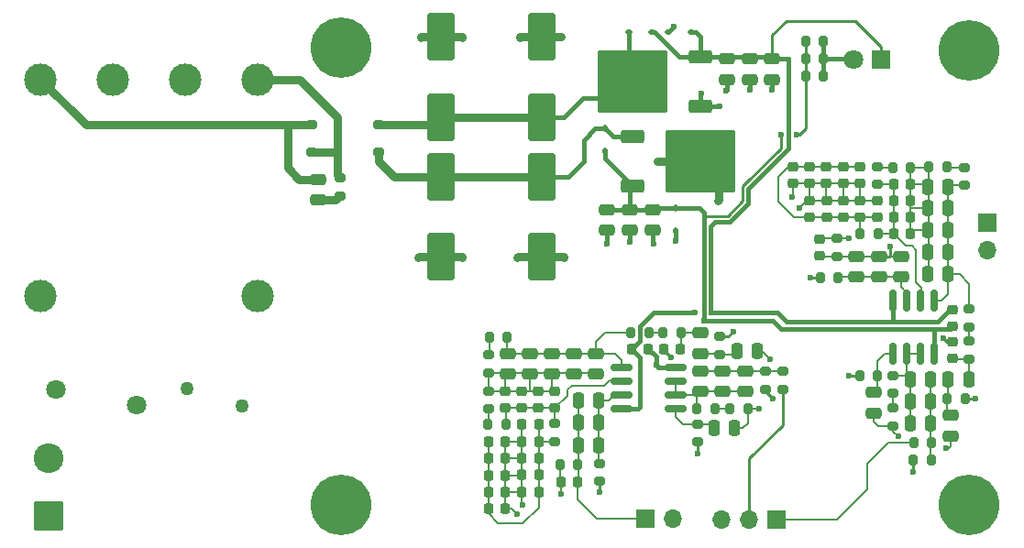
<source format=gbr>
%TF.GenerationSoftware,KiCad,Pcbnew,9.0.0*%
%TF.CreationDate,2025-04-21T22:06:35+02:00*%
%TF.ProjectId,RIAA_preamp,52494141-5f70-4726-9561-6d702e6b6963,rev?*%
%TF.SameCoordinates,Original*%
%TF.FileFunction,Copper,L1,Top*%
%TF.FilePolarity,Positive*%
%FSLAX46Y46*%
G04 Gerber Fmt 4.6, Leading zero omitted, Abs format (unit mm)*
G04 Created by KiCad (PCBNEW 9.0.0) date 2025-04-21 22:06:35*
%MOMM*%
%LPD*%
G01*
G04 APERTURE LIST*
G04 Aperture macros list*
%AMRoundRect*
0 Rectangle with rounded corners*
0 $1 Rounding radius*
0 $2 $3 $4 $5 $6 $7 $8 $9 X,Y pos of 4 corners*
0 Add a 4 corners polygon primitive as box body*
4,1,4,$2,$3,$4,$5,$6,$7,$8,$9,$2,$3,0*
0 Add four circle primitives for the rounded corners*
1,1,$1+$1,$2,$3*
1,1,$1+$1,$4,$5*
1,1,$1+$1,$6,$7*
1,1,$1+$1,$8,$9*
0 Add four rect primitives between the rounded corners*
20,1,$1+$1,$2,$3,$4,$5,0*
20,1,$1+$1,$4,$5,$6,$7,0*
20,1,$1+$1,$6,$7,$8,$9,0*
20,1,$1+$1,$8,$9,$2,$3,0*%
G04 Aperture macros list end*
%TA.AperFunction,ComponentPad*%
%ADD10C,1.270000*%
%TD*%
%TA.AperFunction,ComponentPad*%
%ADD11RoundRect,0.250000X1.125000X-1.125000X1.125000X1.125000X-1.125000X1.125000X-1.125000X-1.125000X0*%
%TD*%
%TA.AperFunction,ComponentPad*%
%ADD12C,2.750000*%
%TD*%
%TA.AperFunction,ComponentPad*%
%ADD13O,1.700000X1.700000*%
%TD*%
%TA.AperFunction,ComponentPad*%
%ADD14R,1.700000X1.700000*%
%TD*%
%TA.AperFunction,SMDPad,CuDef*%
%ADD15RoundRect,0.200000X0.275000X-0.200000X0.275000X0.200000X-0.275000X0.200000X-0.275000X-0.200000X0*%
%TD*%
%TA.AperFunction,SMDPad,CuDef*%
%ADD16RoundRect,0.250000X0.250000X0.475000X-0.250000X0.475000X-0.250000X-0.475000X0.250000X-0.475000X0*%
%TD*%
%TA.AperFunction,SMDPad,CuDef*%
%ADD17RoundRect,0.200000X-0.275000X0.200000X-0.275000X-0.200000X0.275000X-0.200000X0.275000X0.200000X0*%
%TD*%
%TA.AperFunction,ComponentPad*%
%ADD18C,5.600000*%
%TD*%
%TA.AperFunction,SMDPad,CuDef*%
%ADD19RoundRect,0.150000X-0.150000X0.825000X-0.150000X-0.825000X0.150000X-0.825000X0.150000X0.825000X0*%
%TD*%
%TA.AperFunction,SMDPad,CuDef*%
%ADD20RoundRect,0.225000X0.250000X-0.225000X0.250000X0.225000X-0.250000X0.225000X-0.250000X-0.225000X0*%
%TD*%
%TA.AperFunction,SMDPad,CuDef*%
%ADD21RoundRect,0.250000X-0.250000X-0.475000X0.250000X-0.475000X0.250000X0.475000X-0.250000X0.475000X0*%
%TD*%
%TA.AperFunction,SMDPad,CuDef*%
%ADD22RoundRect,0.200000X-0.200000X-0.275000X0.200000X-0.275000X0.200000X0.275000X-0.200000X0.275000X0*%
%TD*%
%TA.AperFunction,SMDPad,CuDef*%
%ADD23RoundRect,0.225000X-0.225000X-0.250000X0.225000X-0.250000X0.225000X0.250000X-0.225000X0.250000X0*%
%TD*%
%TA.AperFunction,SMDPad,CuDef*%
%ADD24RoundRect,0.112500X-0.112500X0.187500X-0.112500X-0.187500X0.112500X-0.187500X0.112500X0.187500X0*%
%TD*%
%TA.AperFunction,SMDPad,CuDef*%
%ADD25RoundRect,0.225000X-0.250000X0.225000X-0.250000X-0.225000X0.250000X-0.225000X0.250000X0.225000X0*%
%TD*%
%TA.AperFunction,SMDPad,CuDef*%
%ADD26RoundRect,0.250000X0.475000X-0.250000X0.475000X0.250000X-0.475000X0.250000X-0.475000X-0.250000X0*%
%TD*%
%TA.AperFunction,SMDPad,CuDef*%
%ADD27RoundRect,0.225000X0.225000X0.250000X-0.225000X0.250000X-0.225000X-0.250000X0.225000X-0.250000X0*%
%TD*%
%TA.AperFunction,SMDPad,CuDef*%
%ADD28RoundRect,0.250000X-0.475000X0.250000X-0.475000X-0.250000X0.475000X-0.250000X0.475000X0.250000X0*%
%TD*%
%TA.AperFunction,SMDPad,CuDef*%
%ADD29RoundRect,0.250000X-1.000000X1.950000X-1.000000X-1.950000X1.000000X-1.950000X1.000000X1.950000X0*%
%TD*%
%TA.AperFunction,SMDPad,CuDef*%
%ADD30RoundRect,0.200000X0.200000X0.275000X-0.200000X0.275000X-0.200000X-0.275000X0.200000X-0.275000X0*%
%TD*%
%TA.AperFunction,ComponentPad*%
%ADD31C,1.800000*%
%TD*%
%TA.AperFunction,ComponentPad*%
%ADD32R,1.800000X1.800000*%
%TD*%
%TA.AperFunction,SMDPad,CuDef*%
%ADD33RoundRect,0.112500X-0.187500X-0.112500X0.187500X-0.112500X0.187500X0.112500X-0.187500X0.112500X0*%
%TD*%
%TA.AperFunction,SMDPad,CuDef*%
%ADD34RoundRect,0.150000X-0.825000X-0.150000X0.825000X-0.150000X0.825000X0.150000X-0.825000X0.150000X0*%
%TD*%
%TA.AperFunction,SMDPad,CuDef*%
%ADD35RoundRect,0.250000X0.850000X0.350000X-0.850000X0.350000X-0.850000X-0.350000X0.850000X-0.350000X0*%
%TD*%
%TA.AperFunction,SMDPad,CuDef*%
%ADD36RoundRect,0.250000X1.275000X1.125000X-1.275000X1.125000X-1.275000X-1.125000X1.275000X-1.125000X0*%
%TD*%
%TA.AperFunction,SMDPad,CuDef*%
%ADD37RoundRect,0.249997X2.950003X2.650003X-2.950003X2.650003X-2.950003X-2.650003X2.950003X-2.650003X0*%
%TD*%
%TA.AperFunction,SMDPad,CuDef*%
%ADD38RoundRect,0.200000X-0.300000X-0.200000X0.300000X-0.200000X0.300000X0.200000X-0.300000X0.200000X0*%
%TD*%
%TA.AperFunction,ComponentPad*%
%ADD39C,3.000000*%
%TD*%
%TA.AperFunction,SMDPad,CuDef*%
%ADD40RoundRect,0.112500X0.187500X0.112500X-0.187500X0.112500X-0.187500X-0.112500X0.187500X-0.112500X0*%
%TD*%
%TA.AperFunction,SMDPad,CuDef*%
%ADD41RoundRect,0.250000X-0.850000X-0.350000X0.850000X-0.350000X0.850000X0.350000X-0.850000X0.350000X0*%
%TD*%
%TA.AperFunction,SMDPad,CuDef*%
%ADD42RoundRect,0.250000X-1.275000X-1.125000X1.275000X-1.125000X1.275000X1.125000X-1.275000X1.125000X0*%
%TD*%
%TA.AperFunction,SMDPad,CuDef*%
%ADD43RoundRect,0.249997X-2.950003X-2.650003X2.950003X-2.650003X2.950003X2.650003X-2.950003X2.650003X0*%
%TD*%
%TA.AperFunction,ViaPad*%
%ADD44C,0.600000*%
%TD*%
%TA.AperFunction,Conductor*%
%ADD45C,0.250000*%
%TD*%
%TA.AperFunction,Conductor*%
%ADD46C,0.400000*%
%TD*%
%TA.AperFunction,Conductor*%
%ADD47C,0.200000*%
%TD*%
%TA.AperFunction,Conductor*%
%ADD48C,0.800000*%
%TD*%
G04 APERTURE END LIST*
D10*
%TO.P,F1,1*%
%TO.N,LINE*%
X97370000Y-72594000D03*
%TO.P,F1,2*%
%TO.N,Net-(F1-Pad2)*%
X92270000Y-70994000D03*
%TD*%
D11*
%TO.P,J4,1,Pin_1*%
%TO.N,LINE*%
X79509000Y-82782000D03*
D12*
%TO.P,J4,2,Pin_2*%
%TO.N,NEUT*%
X79509000Y-77382000D03*
%TD*%
D13*
%TO.P,J3,3,Pin_3*%
%TO.N,GND*%
X141645000Y-83100000D03*
%TO.P,J3,2,Pin_2*%
%TO.N,/OUTR*%
X144185000Y-83100000D03*
D14*
%TO.P,J3,1,Pin_1*%
%TO.N,/OUTL*%
X146725000Y-83100000D03*
%TD*%
D15*
%TO.P,R28,2*%
%TO.N,Net-(C32-Pad1)*%
X145670500Y-69382000D03*
%TO.P,R28,1*%
%TO.N,GND*%
X145670500Y-71032000D03*
%TD*%
D16*
%TO.P,C58,2*%
%TO.N,Net-(U1B--)*%
X159050000Y-70085000D03*
%TO.P,C58,1*%
%TO.N,Net-(C41-Pad1)*%
X160950000Y-70085000D03*
%TD*%
D17*
%TO.P,R9,2*%
%TO.N,Net-(C21-Pad2)*%
X164100000Y-52210000D03*
%TO.P,R9,1*%
%TO.N,Net-(R7-Pad2)*%
X164100000Y-50560000D03*
%TD*%
D18*
%TO.P,H2,1,1*%
%TO.N,GND*%
X106500000Y-81700000D03*
%TD*%
D19*
%TO.P,U1,8,V+*%
%TO.N,+15V*%
X161305000Y-67760000D03*
%TO.P,U1,7*%
%TO.N,Net-(U1B--)*%
X160035000Y-67760000D03*
%TO.P,U1,6,-*%
X158765000Y-67760000D03*
%TO.P,U1,5,+*%
%TO.N,Net-(U1B-+)*%
X157495000Y-67760000D03*
%TO.P,U1,4,V-*%
%TO.N,-15V*%
X157495000Y-62810000D03*
%TO.P,U1,3,+*%
%TO.N,Net-(U1A-+)*%
X158765000Y-62810000D03*
%TO.P,U1,2,-*%
%TO.N,Net-(U1A--)*%
X160035000Y-62810000D03*
%TO.P,U1,1*%
%TO.N,Net-(C21-Pad2)*%
X161305000Y-62810000D03*
%TD*%
D20*
%TO.P,C74,1*%
%TO.N,Net-(C74-Pad1)*%
X152900000Y-55135000D03*
%TO.P,C74,2*%
%TO.N,GND*%
X152900000Y-53585000D03*
%TD*%
D21*
%TO.P,C33,1*%
%TO.N,Net-(C33-Pad1)*%
X162550000Y-70085000D03*
%TO.P,C33,2*%
%TO.N,Net-(C31-Pad2)*%
X164450000Y-70085000D03*
%TD*%
D22*
%TO.P,R14,1*%
%TO.N,Net-(C17-Pad2)*%
X133250000Y-65800000D03*
%TO.P,R14,2*%
%TO.N,Net-(R14-Pad2)*%
X134900000Y-65800000D03*
%TD*%
D21*
%TO.P,C23,1*%
%TO.N,Net-(C11-Pad2)*%
X160650000Y-54335000D03*
%TO.P,C23,2*%
%TO.N,Net-(C21-Pad2)*%
X162550000Y-54335000D03*
%TD*%
D16*
%TO.P,C28,1*%
%TO.N,Net-(C28-Pad1)*%
X144950000Y-67500000D03*
%TO.P,C28,2*%
%TO.N,Net-(C24-Pad1)*%
X143050000Y-67500000D03*
%TD*%
D23*
%TO.P,C79,1*%
%TO.N,Net-(C73-Pad1)*%
X120100000Y-77418334D03*
%TO.P,C79,2*%
%TO.N,GND*%
X121650000Y-77418334D03*
%TD*%
D21*
%TO.P,C21,1*%
%TO.N,Net-(C11-Pad2)*%
X160650000Y-52315000D03*
%TO.P,C21,2*%
%TO.N,Net-(C21-Pad2)*%
X162550000Y-52315000D03*
%TD*%
D23*
%TO.P,C11,1*%
%TO.N,Net-(U1A--)*%
X157525000Y-55110000D03*
%TO.P,C11,2*%
%TO.N,Net-(C11-Pad2)*%
X159075000Y-55110000D03*
%TD*%
%TO.P,C87,1*%
%TO.N,Net-(C73-Pad1)*%
X120100000Y-80531667D03*
%TO.P,C87,2*%
%TO.N,GND*%
X121650000Y-80531667D03*
%TD*%
D17*
%TO.P,R19,1*%
%TO.N,Net-(R17-Pad2)*%
X164500000Y-66610000D03*
%TO.P,R19,2*%
%TO.N,Net-(C31-Pad2)*%
X164500000Y-68260000D03*
%TD*%
D24*
%TO.P,D2,1,K*%
%TO.N,Net-(D1-+)*%
X130900000Y-46950000D03*
%TO.P,D2,2,A*%
%TO.N,+15V*%
X130900000Y-49050000D03*
%TD*%
D25*
%TO.P,C93,1*%
%TO.N,Net-(C74-Pad1)*%
X148211666Y-50485000D03*
%TO.P,C93,2*%
%TO.N,GND*%
X148211666Y-52035000D03*
%TD*%
D15*
%TO.P,R6,1*%
%TO.N,Net-(C10-Pad2)*%
X120140000Y-69525000D03*
%TO.P,R6,2*%
%TO.N,Net-(R6-Pad2)*%
X120140000Y-67875000D03*
%TD*%
D26*
%TO.P,C44,1*%
%TO.N,GND*%
X146314700Y-42400000D03*
%TO.P,C44,2*%
%TO.N,-15V*%
X146314700Y-40500000D03*
%TD*%
%TO.P,C42,1*%
%TO.N,GND*%
X142125000Y-42400000D03*
%TO.P,C42,2*%
%TO.N,-15V*%
X142125000Y-40500000D03*
%TD*%
D27*
%TO.P,C73,1*%
%TO.N,Net-(C73-Pad1)*%
X124750000Y-77400000D03*
%TO.P,C73,2*%
%TO.N,GND*%
X123200000Y-77400000D03*
%TD*%
D21*
%TO.P,C38,1*%
%TO.N,Net-(C11-Pad2)*%
X160650000Y-60395000D03*
%TO.P,C38,2*%
%TO.N,Net-(C21-Pad2)*%
X162550000Y-60395000D03*
%TD*%
D28*
%TO.P,C52,1*%
%TO.N,/Left/IN*%
X154100000Y-58785000D03*
%TO.P,C52,2*%
%TO.N,Net-(U1A-+)*%
X154100000Y-60685000D03*
%TD*%
D20*
%TO.P,C76,1*%
%TO.N,Net-(C74-Pad1)*%
X156013333Y-55135000D03*
%TO.P,C76,2*%
%TO.N,GND*%
X156013333Y-53585000D03*
%TD*%
%TO.P,C95,1*%
%TO.N,Net-(C74-Pad1)*%
X151343333Y-55135000D03*
%TO.P,C95,2*%
%TO.N,GND*%
X151343333Y-53585000D03*
%TD*%
D29*
%TO.P,C37,1*%
%TO.N,GND*%
X125000000Y-38500000D03*
%TO.P,C37,2*%
%TO.N,Net-(D1--)*%
X125000000Y-45900000D03*
%TD*%
D23*
%TO.P,C88,1*%
%TO.N,Net-(C73-Pad1)*%
X120100000Y-82088334D03*
%TO.P,C88,2*%
%TO.N,GND*%
X121650000Y-82088334D03*
%TD*%
D21*
%TO.P,C51,1*%
%TO.N,/Right/IN*%
X128400000Y-76200000D03*
%TO.P,C51,2*%
%TO.N,Net-(U5A-+)*%
X130300000Y-76200000D03*
%TD*%
D20*
%TO.P,C1,1*%
%TO.N,/Left/IN*%
X150700000Y-58710000D03*
%TO.P,C1,2*%
%TO.N,GND*%
X150700000Y-57160000D03*
%TD*%
D25*
%TO.P,C92,1*%
%TO.N,Net-(C74-Pad1)*%
X149768333Y-50485000D03*
%TO.P,C92,2*%
%TO.N,GND*%
X149768333Y-52035000D03*
%TD*%
D23*
%TO.P,C77,1*%
%TO.N,Net-(C73-Pad1)*%
X120100000Y-75861667D03*
%TO.P,C77,2*%
%TO.N,GND*%
X121650000Y-75861667D03*
%TD*%
D26*
%TO.P,C43,1*%
%TO.N,GND*%
X131075000Y-56350000D03*
%TO.P,C43,2*%
%TO.N,+15V*%
X131075000Y-54450000D03*
%TD*%
D29*
%TO.P,C4,1*%
%TO.N,Net-(D1-+)*%
X115700000Y-51400000D03*
%TO.P,C4,2*%
%TO.N,GND*%
X115700000Y-58800000D03*
%TD*%
D23*
%TO.P,C7,1*%
%TO.N,Net-(U1A--)*%
X157525000Y-52060000D03*
%TO.P,C7,2*%
%TO.N,Net-(C11-Pad2)*%
X159075000Y-52060000D03*
%TD*%
D30*
%TO.P,R11,1*%
%TO.N,Net-(U5A--)*%
X121725000Y-74300000D03*
%TO.P,R11,2*%
%TO.N,Net-(R11-Pad2)*%
X120075000Y-74300000D03*
%TD*%
D21*
%TO.P,C30,1*%
%TO.N,Net-(U5B-+)*%
X140950000Y-74600000D03*
%TO.P,C30,2*%
%TO.N,Net-(C28-Pad1)*%
X142850000Y-74600000D03*
%TD*%
D31*
%TO.P,RV1,1*%
%TO.N,Net-(F1-Pad2)*%
X87648000Y-72494000D03*
%TO.P,RV1,2*%
%TO.N,NEUT*%
X80148000Y-71094000D03*
%TD*%
D32*
%TO.P,D5,1,K*%
%TO.N,-15V*%
X156375000Y-40600000D03*
D31*
%TO.P,D5,2,A*%
%TO.N,Net-(D5-A)*%
X153835000Y-40600000D03*
%TD*%
D15*
%TO.P,R26,1*%
%TO.N,GND*%
X139400000Y-75925000D03*
%TO.P,R26,2*%
%TO.N,Net-(U5B-+)*%
X139400000Y-74275000D03*
%TD*%
D18*
%TO.P,H1,1,1*%
%TO.N,GND*%
X106500000Y-39450000D03*
%TD*%
D20*
%TO.P,C6,1*%
%TO.N,Net-(U5A--)*%
X121675000Y-72775000D03*
%TO.P,C6,2*%
%TO.N,Net-(C10-Pad2)*%
X121675000Y-71225000D03*
%TD*%
D26*
%TO.P,C46,1*%
%TO.N,GND*%
X144219850Y-42400000D03*
%TO.P,C46,2*%
%TO.N,-15V*%
X144219850Y-40500000D03*
%TD*%
D33*
%TO.P,D4,1,K*%
%TO.N,GND*%
X136725000Y-38050000D03*
%TO.P,D4,2,A*%
%TO.N,-15V*%
X138825000Y-38050000D03*
%TD*%
D27*
%TO.P,C91,1*%
%TO.N,Net-(C73-Pad1)*%
X124750000Y-75843334D03*
%TO.P,C91,2*%
%TO.N,GND*%
X123200000Y-75843334D03*
%TD*%
D26*
%TO.P,C25,1*%
%TO.N,Net-(C25-Pad1)*%
X104345000Y-53567000D03*
%TO.P,C25,2*%
%TO.N,Net-(C25-Pad2)*%
X104345000Y-51667000D03*
%TD*%
D20*
%TO.P,C94,1*%
%TO.N,Net-(C74-Pad1)*%
X149786666Y-55135000D03*
%TO.P,C94,2*%
%TO.N,GND*%
X149786666Y-53585000D03*
%TD*%
D30*
%TO.P,R5,1*%
%TO.N,Net-(U1A-+)*%
X152425000Y-60735000D03*
%TO.P,R5,2*%
%TO.N,GND*%
X150775000Y-60735000D03*
%TD*%
D24*
%TO.P,D3,1,K*%
%TO.N,+15V*%
X137400000Y-54300000D03*
%TO.P,D3,2,A*%
%TO.N,GND*%
X137400000Y-56400000D03*
%TD*%
D22*
%TO.P,R16,1*%
%TO.N,Net-(R14-Pad2)*%
X136225000Y-65800000D03*
%TO.P,R16,2*%
%TO.N,Net-(C22-Pad2)*%
X137875000Y-65800000D03*
%TD*%
D21*
%TO.P,C27,1*%
%TO.N,Net-(C11-Pad2)*%
X160650000Y-56355000D03*
%TO.P,C27,2*%
%TO.N,Net-(C21-Pad2)*%
X162550000Y-56355000D03*
%TD*%
D15*
%TO.P,R33,1*%
%TO.N,Net-(C25-Pad1)*%
X106377000Y-53188000D03*
%TO.P,R33,2*%
%TO.N,Net-(D1-Pad2)*%
X106377000Y-51538000D03*
%TD*%
D27*
%TO.P,C75,1*%
%TO.N,Net-(C73-Pad1)*%
X124750000Y-74286667D03*
%TO.P,C75,2*%
%TO.N,GND*%
X123200000Y-74286667D03*
%TD*%
D20*
%TO.P,C96,1*%
%TO.N,Net-(C74-Pad1)*%
X154456666Y-55135000D03*
%TO.P,C96,2*%
%TO.N,GND*%
X154456666Y-53585000D03*
%TD*%
D18*
%TO.P,H4,1,1*%
%TO.N,GND*%
X164500000Y-81700000D03*
%TD*%
D30*
%TO.P,R32,1*%
%TO.N,Net-(D5-A)*%
X151050000Y-42115000D03*
%TO.P,R32,2*%
%TO.N,+15V*%
X149400000Y-42115000D03*
%TD*%
D25*
%TO.P,C78,1*%
%TO.N,Net-(C74-Pad1)*%
X154438333Y-50485000D03*
%TO.P,C78,2*%
%TO.N,GND*%
X154438333Y-52035000D03*
%TD*%
D20*
%TO.P,C12,1*%
%TO.N,Net-(U5A--)*%
X126250000Y-72775000D03*
%TO.P,C12,2*%
%TO.N,Net-(C10-Pad2)*%
X126250000Y-71225000D03*
%TD*%
%TO.P,C8,1*%
%TO.N,Net-(U5A--)*%
X123200000Y-72775000D03*
%TO.P,C8,2*%
%TO.N,Net-(C10-Pad2)*%
X123200000Y-71225000D03*
%TD*%
D34*
%TO.P,U5,1*%
%TO.N,Net-(C17-Pad2)*%
X132425000Y-68995000D03*
%TO.P,U5,2,-*%
%TO.N,Net-(U5A--)*%
X132425000Y-70265000D03*
%TO.P,U5,3,+*%
%TO.N,Net-(U5A-+)*%
X132425000Y-71535000D03*
%TO.P,U5,4,V-*%
%TO.N,-15V*%
X132425000Y-72805000D03*
%TO.P,U5,5,+*%
%TO.N,Net-(U5B-+)*%
X137375000Y-72805000D03*
%TO.P,U5,6,-*%
%TO.N,Net-(U5B--)*%
X137375000Y-71535000D03*
%TO.P,U5,7*%
X137375000Y-70265000D03*
%TO.P,U5,8,V+*%
%TO.N,+15V*%
X137375000Y-68995000D03*
%TD*%
D35*
%TO.P,U4,1,GND*%
%TO.N,GND*%
X139700000Y-44905000D03*
D36*
%TO.P,U4,2,VI*%
%TO.N,Net-(D1--)*%
X135075000Y-44150000D03*
X135075000Y-41100000D03*
D37*
X133400000Y-42625000D03*
D36*
X131725000Y-44150000D03*
X131725000Y-41100000D03*
D35*
%TO.P,U4,3,VO*%
%TO.N,-15V*%
X139700000Y-40345000D03*
%TD*%
D15*
%TO.P,R30,1*%
%TO.N,/OUTR*%
X147271000Y-71032000D03*
%TO.P,R30,2*%
%TO.N,Net-(C32-Pad1)*%
X147271000Y-69382000D03*
%TD*%
D22*
%TO.P,R29,1*%
%TO.N,GND*%
X154375000Y-69785000D03*
%TO.P,R29,2*%
%TO.N,Net-(U1B-+)*%
X156025000Y-69785000D03*
%TD*%
D17*
%TO.P,R17,1*%
%TO.N,Net-(C21-Pad2)*%
X164500000Y-63635000D03*
%TO.P,R17,2*%
%TO.N,Net-(R17-Pad2)*%
X164500000Y-65285000D03*
%TD*%
D15*
%TO.P,R12,1*%
%TO.N,Net-(R11-Pad2)*%
X120150000Y-72850000D03*
%TO.P,R12,2*%
%TO.N,Net-(C10-Pad2)*%
X120150000Y-71200000D03*
%TD*%
D22*
%TO.P,R36,1*%
%TO.N,/OUTL*%
X159375000Y-75985000D03*
%TO.P,R36,2*%
%TO.N,Net-(C41-Pad1)*%
X161025000Y-75985000D03*
%TD*%
D27*
%TO.P,C5,1*%
%TO.N,/Right/IN*%
X128325000Y-79600000D03*
%TO.P,C5,2*%
%TO.N,GND*%
X126775000Y-79600000D03*
%TD*%
D26*
%TO.P,C17,1*%
%TO.N,Net-(C10-Pad2)*%
X121930000Y-69650000D03*
%TO.P,C17,2*%
%TO.N,Net-(C17-Pad2)*%
X121930000Y-67750000D03*
%TD*%
D18*
%TO.P,H3,1,1*%
%TO.N,GND*%
X164500000Y-39700000D03*
%TD*%
D17*
%TO.P,R27,1*%
%TO.N,Net-(U1B--)*%
X157500000Y-69760000D03*
%TO.P,R27,2*%
%TO.N,Net-(R25-Pad1)*%
X157500000Y-71410000D03*
%TD*%
D23*
%TO.P,C13,1*%
%TO.N,Net-(U1A--)*%
X157525000Y-56635000D03*
%TO.P,C13,2*%
%TO.N,Net-(C11-Pad2)*%
X159075000Y-56635000D03*
%TD*%
D26*
%TO.P,C39,1*%
%TO.N,Net-(C39-Pad1)*%
X162800000Y-75335000D03*
%TO.P,C39,2*%
%TO.N,Net-(C33-Pad1)*%
X162800000Y-73435000D03*
%TD*%
D28*
%TO.P,C50,1*%
%TO.N,/Left/IN*%
X156200000Y-58785000D03*
%TO.P,C50,2*%
%TO.N,Net-(U1A-+)*%
X156200000Y-60685000D03*
%TD*%
D26*
%TO.P,C19,1*%
%TO.N,Net-(C10-Pad2)*%
X125970000Y-69650000D03*
%TO.P,C19,2*%
%TO.N,Net-(C17-Pad2)*%
X125970000Y-67750000D03*
%TD*%
D38*
%TO.P,D1,1*%
%TO.N,Net-(C25-Pad2)*%
X103825000Y-46630000D03*
%TO.P,D1,2*%
%TO.N,Net-(D1-Pad2)*%
X103825000Y-49170000D03*
%TO.P,D1,3,+*%
%TO.N,Net-(D1-+)*%
X109975000Y-49170000D03*
%TO.P,D1,4,-*%
%TO.N,Net-(D1--)*%
X109975000Y-46630000D03*
%TD*%
D26*
%TO.P,C47,1*%
%TO.N,GND*%
X135300000Y-56350000D03*
%TO.P,C47,2*%
%TO.N,+15V*%
X135300000Y-54450000D03*
%TD*%
%TO.P,C45,1*%
%TO.N,GND*%
X133200000Y-56350000D03*
%TO.P,C45,2*%
%TO.N,+15V*%
X133200000Y-54450000D03*
%TD*%
D23*
%TO.P,C9,1*%
%TO.N,Net-(U1A--)*%
X157525000Y-53585000D03*
%TO.P,C9,2*%
%TO.N,Net-(C11-Pad2)*%
X159075000Y-53585000D03*
%TD*%
D26*
%TO.P,C20,1*%
%TO.N,Net-(C10-Pad2)*%
X127990000Y-69650000D03*
%TO.P,C20,2*%
%TO.N,Net-(C17-Pad2)*%
X127990000Y-67750000D03*
%TD*%
D28*
%TO.P,C54,1*%
%TO.N,/Left/IN*%
X158200000Y-58785000D03*
%TO.P,C54,2*%
%TO.N,Net-(U1A-+)*%
X158200000Y-60685000D03*
%TD*%
D29*
%TO.P,C3,1*%
%TO.N,Net-(D1-+)*%
X125000000Y-51400000D03*
%TO.P,C3,2*%
%TO.N,GND*%
X125000000Y-58800000D03*
%TD*%
D14*
%TO.P,J2,1,Pin_1*%
%TO.N,/Right/IN*%
X134625000Y-83000000D03*
D13*
%TO.P,J2,2,Pin_2*%
%TO.N,GND*%
X137165000Y-83000000D03*
%TD*%
D22*
%TO.P,R24,1*%
%TO.N,Net-(U5B--)*%
X139375000Y-72800000D03*
%TO.P,R24,2*%
%TO.N,Net-(R22-Pad1)*%
X141025000Y-72800000D03*
%TD*%
D28*
%TO.P,C55,1*%
%TO.N,Net-(C32-Pad1)*%
X141750000Y-69350000D03*
%TO.P,C55,2*%
%TO.N,Net-(U5B--)*%
X141750000Y-71250000D03*
%TD*%
D39*
%TO.P,T1,10*%
%TO.N,Net-(C25-Pad2)*%
X78750000Y-42450000D03*
%TO.P,T1,9*%
%TO.N,GND*%
X85416667Y-42450000D03*
%TO.P,T1,7*%
X92083333Y-42450000D03*
%TO.P,T1,6*%
%TO.N,Net-(D1-Pad2)*%
X98750000Y-42450000D03*
%TO.P,T1,5*%
%TO.N,Net-(F1-Pad2)*%
X98750000Y-62450000D03*
%TO.P,T1,1*%
%TO.N,NEUT*%
X78750000Y-62450000D03*
%TD*%
D23*
%TO.P,C22,1*%
%TO.N,GND*%
X136275000Y-67300000D03*
%TO.P,C22,2*%
%TO.N,Net-(C22-Pad2)*%
X137825000Y-67300000D03*
%TD*%
D17*
%TO.P,R18,1*%
%TO.N,GND*%
X141500000Y-66175000D03*
%TO.P,R18,2*%
%TO.N,Net-(C24-Pad1)*%
X141500000Y-67825000D03*
%TD*%
D15*
%TO.P,R13,1*%
%TO.N,Net-(U1A--)*%
X156000000Y-52110000D03*
%TO.P,R13,2*%
%TO.N,Net-(R13-Pad2)*%
X156000000Y-50460000D03*
%TD*%
D40*
%TO.P,D6,1,K*%
%TO.N,-15V*%
X135175000Y-38050000D03*
%TO.P,D6,2,A*%
%TO.N,Net-(D1--)*%
X133075000Y-38050000D03*
%TD*%
D28*
%TO.P,C32,1*%
%TO.N,Net-(C32-Pad1)*%
X143800000Y-69350000D03*
%TO.P,C32,2*%
%TO.N,Net-(U5B--)*%
X143800000Y-71250000D03*
%TD*%
D27*
%TO.P,C90,1*%
%TO.N,Net-(C73-Pad1)*%
X124750000Y-78956667D03*
%TO.P,C90,2*%
%TO.N,GND*%
X123200000Y-78956667D03*
%TD*%
D21*
%TO.P,C29,1*%
%TO.N,Net-(C11-Pad2)*%
X160650000Y-58375000D03*
%TO.P,C29,2*%
%TO.N,Net-(C21-Pad2)*%
X162550000Y-58375000D03*
%TD*%
D14*
%TO.P,J1,1,Pin_1*%
%TO.N,/Left/IN*%
X166200000Y-55660000D03*
D13*
%TO.P,J1,2,Pin_2*%
%TO.N,GND*%
X166200000Y-58200000D03*
%TD*%
D30*
%TO.P,R3,1*%
%TO.N,/Right/IN*%
X128375000Y-78000000D03*
%TO.P,R3,2*%
%TO.N,GND*%
X126725000Y-78000000D03*
%TD*%
D26*
%TO.P,C36,1*%
%TO.N,Net-(C10-Pad2)*%
X130010000Y-69650000D03*
%TO.P,C36,2*%
%TO.N,Net-(C17-Pad2)*%
X130010000Y-67750000D03*
%TD*%
D28*
%TO.P,C40,1*%
%TO.N,Net-(U1B-+)*%
X155700000Y-71335000D03*
%TO.P,C40,2*%
%TO.N,Net-(C39-Pad1)*%
X155700000Y-73235000D03*
%TD*%
D22*
%TO.P,R21,1*%
%TO.N,Net-(C74-Pad1)*%
X154438333Y-56635000D03*
%TO.P,R21,2*%
%TO.N,Net-(U1A--)*%
X156088333Y-56635000D03*
%TD*%
D21*
%TO.P,C49,1*%
%TO.N,/Right/IN*%
X128400000Y-74100000D03*
%TO.P,C49,2*%
%TO.N,Net-(U5A-+)*%
X130300000Y-74100000D03*
%TD*%
D16*
%TO.P,C41,1*%
%TO.N,Net-(C41-Pad1)*%
X160950000Y-74185000D03*
%TO.P,C41,2*%
%TO.N,Net-(U1B--)*%
X159050000Y-74185000D03*
%TD*%
D28*
%TO.P,C57,1*%
%TO.N,Net-(C32-Pad1)*%
X139700000Y-69350000D03*
%TO.P,C57,2*%
%TO.N,Net-(U5B--)*%
X139700000Y-71250000D03*
%TD*%
D15*
%TO.P,R20,1*%
%TO.N,Net-(C73-Pad1)*%
X126250000Y-75861667D03*
%TO.P,R20,2*%
%TO.N,Net-(U5A--)*%
X126250000Y-74211667D03*
%TD*%
D17*
%TO.P,R25,1*%
%TO.N,Net-(R25-Pad1)*%
X157500000Y-72785000D03*
%TO.P,R25,2*%
%TO.N,Net-(C39-Pad1)*%
X157500000Y-74435000D03*
%TD*%
%TO.P,R4,1*%
%TO.N,Net-(U5A-+)*%
X130350000Y-77875000D03*
%TO.P,R4,2*%
%TO.N,GND*%
X130350000Y-79525000D03*
%TD*%
D22*
%TO.P,R8,1*%
%TO.N,Net-(R6-Pad2)*%
X120175000Y-66200000D03*
%TO.P,R8,2*%
%TO.N,Net-(C17-Pad2)*%
X121825000Y-66200000D03*
%TD*%
D25*
%TO.P,C31,1*%
%TO.N,GND*%
X163000000Y-66660000D03*
%TO.P,C31,2*%
%TO.N,Net-(C31-Pad2)*%
X163000000Y-68210000D03*
%TD*%
D20*
%TO.P,C10,1*%
%TO.N,Net-(U5A--)*%
X124725000Y-72775000D03*
%TO.P,C10,2*%
%TO.N,Net-(C10-Pad2)*%
X124725000Y-71225000D03*
%TD*%
D25*
%TO.P,C82,1*%
%TO.N,Net-(C74-Pad1)*%
X151325000Y-50485000D03*
%TO.P,C82,2*%
%TO.N,GND*%
X151325000Y-52035000D03*
%TD*%
D23*
%TO.P,C81,1*%
%TO.N,Net-(C73-Pad1)*%
X120100000Y-78975000D03*
%TO.P,C81,2*%
%TO.N,GND*%
X121650000Y-78975000D03*
%TD*%
D22*
%TO.P,R31,1*%
%TO.N,GND*%
X159350000Y-77585000D03*
%TO.P,R31,2*%
%TO.N,Net-(C41-Pad1)*%
X161000000Y-77585000D03*
%TD*%
D30*
%TO.P,R23,1*%
%TO.N,GND*%
X164125000Y-71885000D03*
%TO.P,R23,2*%
%TO.N,Net-(C33-Pad1)*%
X162475000Y-71885000D03*
%TD*%
D25*
%TO.P,C35,1*%
%TO.N,-15V*%
X163000000Y-63685000D03*
%TO.P,C35,2*%
%TO.N,+15V*%
X163000000Y-65235000D03*
%TD*%
D29*
%TO.P,C26,1*%
%TO.N,GND*%
X115700000Y-38500000D03*
%TO.P,C26,2*%
%TO.N,Net-(D1--)*%
X115700000Y-45900000D03*
%TD*%
D22*
%TO.P,R15,1*%
%TO.N,Net-(R13-Pad2)*%
X157450000Y-50535000D03*
%TO.P,R15,2*%
%TO.N,Net-(C11-Pad2)*%
X159100000Y-50535000D03*
%TD*%
D30*
%TO.P,R35,1*%
%TO.N,Net-(D5-A)*%
X151050000Y-38900000D03*
%TO.P,R35,2*%
%TO.N,+15V*%
X149400000Y-38900000D03*
%TD*%
D16*
%TO.P,C56,1*%
%TO.N,Net-(C41-Pad1)*%
X160950000Y-72135000D03*
%TO.P,C56,2*%
%TO.N,Net-(U1B--)*%
X159050000Y-72135000D03*
%TD*%
D22*
%TO.P,R22,1*%
%TO.N,Net-(R22-Pad1)*%
X142400000Y-72800000D03*
%TO.P,R22,2*%
%TO.N,Net-(C28-Pad1)*%
X144050000Y-72800000D03*
%TD*%
D27*
%TO.P,C89,1*%
%TO.N,Net-(C73-Pad1)*%
X124750000Y-80513334D03*
%TO.P,C89,2*%
%TO.N,GND*%
X123200000Y-80513334D03*
%TD*%
D25*
%TO.P,C80,1*%
%TO.N,Net-(C74-Pad1)*%
X152881666Y-50485000D03*
%TO.P,C80,2*%
%TO.N,GND*%
X152881666Y-52035000D03*
%TD*%
D15*
%TO.P,R1,1*%
%TO.N,/Left/IN*%
X152300000Y-58760000D03*
%TO.P,R1,2*%
%TO.N,GND*%
X152300000Y-57110000D03*
%TD*%
D26*
%TO.P,C24,1*%
%TO.N,Net-(C24-Pad1)*%
X139700000Y-67750000D03*
%TO.P,C24,2*%
%TO.N,Net-(C22-Pad2)*%
X139700000Y-65850000D03*
%TD*%
D30*
%TO.P,R34,1*%
%TO.N,Net-(D5-A)*%
X151050000Y-40507500D03*
%TO.P,R34,2*%
%TO.N,+15V*%
X149400000Y-40507500D03*
%TD*%
D23*
%TO.P,C34,1*%
%TO.N,-15V*%
X133300000Y-67300000D03*
%TO.P,C34,2*%
%TO.N,+15V*%
X134850000Y-67300000D03*
%TD*%
D22*
%TO.P,R7,1*%
%TO.N,Net-(C11-Pad2)*%
X160775000Y-50525000D03*
%TO.P,R7,2*%
%TO.N,Net-(R7-Pad2)*%
X162425000Y-50525000D03*
%TD*%
D41*
%TO.P,U3,1,VI*%
%TO.N,Net-(D1-+)*%
X133400000Y-47692500D03*
D42*
%TO.P,U3,2,GND*%
%TO.N,GND*%
X138025000Y-48447500D03*
X138025000Y-51497500D03*
D43*
X139700000Y-49972500D03*
D42*
X141375000Y-48447500D03*
X141375000Y-51497500D03*
D41*
%TO.P,U3,3,VO*%
%TO.N,+15V*%
X133400000Y-52252500D03*
%TD*%
D21*
%TO.P,C53,1*%
%TO.N,/Right/IN*%
X128400000Y-72100000D03*
%TO.P,C53,2*%
%TO.N,Net-(U5A-+)*%
X130300000Y-72100000D03*
%TD*%
D26*
%TO.P,C18,1*%
%TO.N,Net-(C10-Pad2)*%
X123950000Y-69650000D03*
%TO.P,C18,2*%
%TO.N,Net-(C17-Pad2)*%
X123950000Y-67750000D03*
%TD*%
D44*
%TO.N,GND*%
X139778000Y-43727000D03*
%TO.N,Net-(C39-Pad1)*%
X162384000Y-76493000D03*
X157939000Y-75350000D03*
%TO.N,GND*%
X162130000Y-66333000D03*
X165051000Y-71921000D03*
X159336000Y-78652000D03*
X127078000Y-58840000D03*
X122760000Y-58840000D03*
X117680000Y-58840000D03*
X113616000Y-58840000D03*
X126844000Y-38500000D03*
X123014000Y-38520000D03*
X117680000Y-38520000D03*
X113870000Y-38520000D03*
X141302000Y-53633000D03*
X135714000Y-49950000D03*
%TO.N,+15V*%
X147100000Y-47537000D03*
X148541000Y-47537000D03*
%TO.N,GND*%
X137238000Y-37504000D03*
X146255000Y-43346000D03*
X144223000Y-43346000D03*
X142064000Y-43473000D03*
X141429000Y-44870000D03*
X137365000Y-57316000D03*
X135333000Y-57570000D03*
X133174000Y-57443000D03*
X131015000Y-57570000D03*
%TO.N,/Left/IN*%
X157177000Y-57824000D03*
%TO.N,GND*%
X153367000Y-69762000D03*
X148160000Y-53252000D03*
X148795000Y-54268000D03*
X153367000Y-57062000D03*
X149811000Y-60745000D03*
X146382000Y-71921000D03*
X139397000Y-77001000D03*
X130380000Y-80557000D03*
X126824000Y-80684000D03*
X122760000Y-82589000D03*
X123268000Y-81700000D03*
X142699000Y-65698000D03*
X136984000Y-68111000D03*
%TO.N,-15V*%
X140705000Y-63920000D03*
X139181000Y-63920000D03*
%TO.N,+15V*%
X135600000Y-68800000D03*
X140000000Y-64700000D03*
%TO.N,Net-(C28-Pad1)*%
X145112000Y-72810000D03*
X146128000Y-68238000D03*
%TD*%
D45*
%TO.N,+15V*%
X141261876Y-55030000D02*
X140826124Y-55030000D01*
X140826124Y-55030000D02*
X140000000Y-55030000D01*
X143588000Y-52744000D02*
X143588000Y-53633000D01*
X143588000Y-52268124D02*
X143588000Y-52703876D01*
X147100000Y-48756124D02*
X143896124Y-51960000D01*
X143896124Y-51960000D02*
X143588000Y-52268124D01*
X143588000Y-52703876D02*
X143588000Y-52744000D01*
X143588000Y-53633000D02*
X142191000Y-55030000D01*
X142191000Y-55030000D02*
X141261876Y-55030000D01*
X147100000Y-47537000D02*
X147100000Y-48756124D01*
D46*
%TO.N,-15V*%
X140601000Y-63816000D02*
X140705000Y-63920000D01*
X140601000Y-55999000D02*
X140601000Y-63816000D01*
X141044000Y-55556000D02*
X140601000Y-55999000D01*
X142408876Y-55556000D02*
X141044000Y-55556000D01*
X144114000Y-53850876D02*
X142408876Y-55556000D01*
X144114000Y-52486000D02*
X144114000Y-53850876D01*
X147800000Y-48800000D02*
X144114000Y-52486000D01*
X147801000Y-47827364D02*
X147800000Y-47828364D01*
X147801000Y-47246636D02*
X147801000Y-47827364D01*
X147800000Y-47245636D02*
X147801000Y-47246636D01*
X147800000Y-40500000D02*
X147800000Y-47245636D01*
X147800000Y-47828364D02*
X147800000Y-48800000D01*
X146314700Y-40500000D02*
X147800000Y-40500000D01*
%TO.N,GND*%
X139700000Y-43805000D02*
X139778000Y-43727000D01*
X139700000Y-44905000D02*
X139700000Y-43805000D01*
D47*
%TO.N,Net-(C39-Pad1)*%
X162800000Y-76331000D02*
X162800000Y-75335000D01*
X162638000Y-76493000D02*
X162800000Y-76331000D01*
X162384000Y-76493000D02*
X162638000Y-76493000D01*
X157500000Y-74911000D02*
X157939000Y-75350000D01*
X157500000Y-74435000D02*
X157500000Y-74911000D01*
%TO.N,Net-(C28-Pad1)*%
X146128000Y-68238000D02*
X145390000Y-67500000D01*
X145390000Y-67500000D02*
X144950000Y-67500000D01*
D45*
%TO.N,GND*%
X145620000Y-71159000D02*
X145620000Y-71082500D01*
X146382000Y-71921000D02*
X145620000Y-71159000D01*
X145620000Y-71082500D02*
X145670500Y-71032000D01*
%TO.N,/OUTR*%
X144185000Y-77420000D02*
X144185000Y-83100000D01*
X147271000Y-74334000D02*
X144185000Y-77420000D01*
X147271000Y-71032000D02*
X147271000Y-74334000D01*
D46*
%TO.N,-15V*%
X157495000Y-64809000D02*
X158447000Y-64809000D01*
X157495000Y-62810000D02*
X157495000Y-64809000D01*
X147652000Y-64809000D02*
X158447000Y-64809000D01*
X146763000Y-63920000D02*
X147652000Y-64809000D01*
X144200000Y-63920000D02*
X146763000Y-63920000D01*
X144200000Y-63920000D02*
X140705000Y-63920000D01*
X134063000Y-72637000D02*
X134063000Y-68063000D01*
X133895000Y-72805000D02*
X134063000Y-72637000D01*
X132425000Y-72805000D02*
X133895000Y-72805000D01*
X134063000Y-68063000D02*
X133300000Y-67300000D01*
X134063000Y-66537000D02*
X133300000Y-67300000D01*
X134063000Y-65190000D02*
X134063000Y-66537000D01*
X135333000Y-63920000D02*
X134063000Y-65190000D01*
X139181000Y-63920000D02*
X135333000Y-63920000D01*
%TO.N,+15V*%
X161305000Y-65508000D02*
X161305000Y-67760000D01*
X161241000Y-65444000D02*
X161305000Y-65508000D01*
X161241000Y-65444000D02*
X162791000Y-65444000D01*
X147144000Y-65444000D02*
X161241000Y-65444000D01*
X162791000Y-65444000D02*
X163000000Y-65235000D01*
X146400000Y-64700000D02*
X147144000Y-65444000D01*
X140000000Y-64700000D02*
X146400000Y-64700000D01*
%TO.N,-15V*%
X161591000Y-64809000D02*
X162715000Y-63685000D01*
X162715000Y-63685000D02*
X163000000Y-63685000D01*
X158447000Y-64809000D02*
X161591000Y-64809000D01*
D45*
%TO.N,GND*%
X162457000Y-66660000D02*
X162130000Y-66333000D01*
X163000000Y-66660000D02*
X162457000Y-66660000D01*
X164161000Y-71921000D02*
X164125000Y-71885000D01*
X165051000Y-71921000D02*
X164161000Y-71921000D01*
X159350000Y-78638000D02*
X159336000Y-78652000D01*
X159350000Y-77585000D02*
X159350000Y-78638000D01*
D48*
X127038000Y-58800000D02*
X127078000Y-58840000D01*
X125000000Y-58800000D02*
X127038000Y-58800000D01*
X122800000Y-58800000D02*
X122760000Y-58840000D01*
X125000000Y-58800000D02*
X122800000Y-58800000D01*
X117640000Y-58800000D02*
X117680000Y-58840000D01*
X115700000Y-58800000D02*
X117640000Y-58800000D01*
X113656000Y-58800000D02*
X113616000Y-58840000D01*
X115700000Y-58800000D02*
X113656000Y-58800000D01*
D46*
%TO.N,Net-(D1--)*%
X127064000Y-45900000D02*
X125000000Y-45900000D01*
X128814000Y-44150000D02*
X127064000Y-45900000D01*
X131725000Y-44150000D02*
X128814000Y-44150000D01*
D48*
%TO.N,GND*%
X126844000Y-38500000D02*
X125000000Y-38500000D01*
X123034000Y-38500000D02*
X123014000Y-38520000D01*
X125000000Y-38500000D02*
X123034000Y-38500000D01*
X117660000Y-38500000D02*
X117680000Y-38520000D01*
X115700000Y-38500000D02*
X117660000Y-38500000D01*
X113890000Y-38500000D02*
X113870000Y-38520000D01*
X115700000Y-38500000D02*
X113890000Y-38500000D01*
%TO.N,Net-(D1-Pad2)*%
X102687000Y-42450000D02*
X106123000Y-45886000D01*
X98750000Y-42450000D02*
X102687000Y-42450000D01*
X106123000Y-45886000D02*
X106123000Y-46872000D01*
X106123000Y-51284000D02*
X106377000Y-51538000D01*
X106123000Y-46872000D02*
X106123000Y-51284000D01*
X106123000Y-49170000D02*
X103825000Y-49170000D01*
X106123000Y-46872000D02*
X106123000Y-49170000D01*
%TO.N,Net-(C25-Pad1)*%
X105998000Y-53567000D02*
X106377000Y-53188000D01*
X104345000Y-53567000D02*
X105998000Y-53567000D01*
%TO.N,Net-(C25-Pad2)*%
X101551000Y-50585000D02*
X101551000Y-46630000D01*
X102633000Y-51667000D02*
X101551000Y-50585000D01*
X82930000Y-46630000D02*
X101551000Y-46630000D01*
X104345000Y-51667000D02*
X102633000Y-51667000D01*
%TO.N,Net-(D1-+)*%
X115700000Y-51400000D02*
X125000000Y-51400000D01*
%TO.N,Net-(D1--)*%
X115700000Y-45900000D02*
X125000000Y-45900000D01*
X114970000Y-46630000D02*
X115700000Y-45900000D01*
X109975000Y-46630000D02*
X114970000Y-46630000D01*
%TO.N,Net-(C25-Pad2)*%
X101551000Y-46630000D02*
X103825000Y-46630000D01*
X78750000Y-42450000D02*
X82930000Y-46630000D01*
%TO.N,GND*%
X141375000Y-53560000D02*
X141302000Y-53633000D01*
X141375000Y-51497500D02*
X141375000Y-53560000D01*
X135736500Y-49972500D02*
X135714000Y-49950000D01*
X139700000Y-49972500D02*
X135736500Y-49972500D01*
D45*
%TO.N,+15V*%
X149400000Y-46932000D02*
X149400000Y-42115000D01*
X148541000Y-47537000D02*
X148795000Y-47537000D01*
X148795000Y-47537000D02*
X149400000Y-46932000D01*
D46*
X140000000Y-55030000D02*
X140000000Y-64700000D01*
X140000000Y-54700000D02*
X140000000Y-55030000D01*
D45*
X149400000Y-38900000D02*
X149400000Y-42115000D01*
%TO.N,-15V*%
X146314700Y-38333300D02*
X146314700Y-40500000D01*
X147652000Y-36996000D02*
X146314700Y-38333300D01*
X154002000Y-36996000D02*
X147652000Y-36996000D01*
X156375000Y-39369000D02*
X154002000Y-36996000D01*
X156375000Y-40600000D02*
X156375000Y-39369000D01*
D46*
%TO.N,Net-(D5-A)*%
X153742500Y-40507500D02*
X153835000Y-40600000D01*
X151050000Y-40507500D02*
X153742500Y-40507500D01*
X151050000Y-38900000D02*
X151050000Y-42115000D01*
%TO.N,GND*%
X136725000Y-38017000D02*
X137238000Y-37504000D01*
X136725000Y-38050000D02*
X136725000Y-38017000D01*
X146314700Y-43286300D02*
X146255000Y-43346000D01*
X146314700Y-42400000D02*
X146314700Y-43286300D01*
X144219850Y-43342850D02*
X144223000Y-43346000D01*
X144219850Y-42400000D02*
X144219850Y-43342850D01*
X142125000Y-43412000D02*
X142064000Y-43473000D01*
X142125000Y-42400000D02*
X142125000Y-43412000D01*
X141394000Y-44905000D02*
X141429000Y-44870000D01*
X139700000Y-44905000D02*
X141394000Y-44905000D01*
D45*
X137400000Y-57281000D02*
X137365000Y-57316000D01*
D46*
X137400000Y-56400000D02*
X137400000Y-57281000D01*
D45*
X135300000Y-57537000D02*
X135333000Y-57570000D01*
D46*
X135300000Y-56350000D02*
X135300000Y-57537000D01*
D45*
X133200000Y-57417000D02*
X133174000Y-57443000D01*
D46*
X133200000Y-56350000D02*
X133200000Y-57417000D01*
D45*
X131075000Y-57510000D02*
X131015000Y-57570000D01*
D46*
X131075000Y-56350000D02*
X131075000Y-57510000D01*
D45*
%TO.N,/Left/IN*%
X157177000Y-58785000D02*
X157177000Y-57824000D01*
X156200000Y-58785000D02*
X157177000Y-58785000D01*
%TO.N,GND*%
X153390000Y-69785000D02*
X153367000Y-69762000D01*
X154375000Y-69785000D02*
X153390000Y-69785000D01*
D47*
X148211666Y-53200334D02*
X148160000Y-53252000D01*
X148211666Y-52035000D02*
X148211666Y-53200334D01*
X149478000Y-53585000D02*
X148795000Y-54268000D01*
X149786666Y-53585000D02*
X149478000Y-53585000D01*
X153319000Y-57110000D02*
X153367000Y-57062000D01*
X152300000Y-57110000D02*
X153319000Y-57110000D01*
D45*
X149821000Y-60735000D02*
X149811000Y-60745000D01*
X150775000Y-60735000D02*
X149821000Y-60735000D01*
D47*
%TO.N,Net-(C32-Pad1)*%
X147207000Y-69382000D02*
X147208000Y-69381000D01*
X145670500Y-69382000D02*
X147207000Y-69382000D01*
X145638500Y-69350000D02*
X145670500Y-69382000D01*
X139700000Y-69350000D02*
X145638500Y-69350000D01*
D45*
%TO.N,GND*%
X139400000Y-76998000D02*
X139397000Y-77001000D01*
X139400000Y-75925000D02*
X139400000Y-76998000D01*
X130350000Y-80527000D02*
X130380000Y-80557000D01*
X130350000Y-79525000D02*
X130350000Y-80527000D01*
D47*
X126775000Y-80635000D02*
X126824000Y-80684000D01*
X126775000Y-79600000D02*
X126775000Y-80635000D01*
X122259334Y-82088334D02*
X122760000Y-82589000D01*
X121650000Y-82088334D02*
X122259334Y-82088334D01*
X123200000Y-81632000D02*
X123268000Y-81700000D01*
X123200000Y-80513334D02*
X123200000Y-81632000D01*
D45*
X142222000Y-66175000D02*
X142699000Y-65698000D01*
X141500000Y-66175000D02*
X142222000Y-66175000D01*
X136275000Y-67402000D02*
X136984000Y-68111000D01*
X136275000Y-67300000D02*
X136275000Y-67402000D01*
D46*
%TO.N,+15V*%
X139600000Y-54300000D02*
X140000000Y-54700000D01*
X135795000Y-68995000D02*
X135600000Y-68800000D01*
X137375000Y-68995000D02*
X135795000Y-68995000D01*
X137400000Y-54300000D02*
X139600000Y-54300000D01*
D47*
%TO.N,/OUTL*%
X157015000Y-75985000D02*
X159375000Y-75985000D01*
X155100000Y-77900000D02*
X157015000Y-75985000D01*
X155100000Y-80300000D02*
X155100000Y-77900000D01*
X152300000Y-83100000D02*
X155100000Y-80300000D01*
X146725000Y-83100000D02*
X152300000Y-83100000D01*
%TO.N,Net-(U1A-+)*%
X152475000Y-60685000D02*
X152425000Y-60735000D01*
X158200000Y-60685000D02*
X152475000Y-60685000D01*
X158765000Y-62150000D02*
X158765000Y-62810000D01*
X158200000Y-61585000D02*
X158765000Y-62150000D01*
X158200000Y-60685000D02*
X158200000Y-61585000D01*
%TO.N,Net-(U1B--)*%
X158725000Y-69760000D02*
X159050000Y-70085000D01*
X158765000Y-67760000D02*
X158765000Y-69800000D01*
X157500000Y-69760000D02*
X158725000Y-69760000D01*
X160035000Y-67760000D02*
X158765000Y-67760000D01*
X159050000Y-70085000D02*
X159050000Y-74185000D01*
X158765000Y-69800000D02*
X159050000Y-70085000D01*
%TO.N,Net-(U1B-+)*%
X157495000Y-67760000D02*
X156725000Y-67760000D01*
X156725000Y-67760000D02*
X156025000Y-68460000D01*
X156025000Y-69785000D02*
X156025000Y-71010000D01*
X156025000Y-68460000D02*
X156025000Y-69785000D01*
X156025000Y-71010000D02*
X155700000Y-71335000D01*
%TO.N,Net-(U1A--)*%
X159200000Y-57785000D02*
X158675000Y-57785000D01*
X157525000Y-52060000D02*
X157525000Y-56635000D01*
X159600000Y-61185000D02*
X159600000Y-58185000D01*
X159600000Y-58185000D02*
X159200000Y-57785000D01*
X158675000Y-57785000D02*
X157525000Y-56635000D01*
X160100000Y-62745000D02*
X160100000Y-61685000D01*
X157475000Y-52110000D02*
X157525000Y-52060000D01*
X160035000Y-62810000D02*
X160100000Y-62745000D01*
X160100000Y-61685000D02*
X159600000Y-61185000D01*
X156088333Y-56635000D02*
X157525000Y-56635000D01*
X156000000Y-52110000D02*
X157475000Y-52110000D01*
%TO.N,/Left/IN*%
X158200000Y-58785000D02*
X150775000Y-58785000D01*
X150775000Y-58785000D02*
X150700000Y-58710000D01*
%TO.N,Net-(R25-Pad1)*%
X157500000Y-71410000D02*
X157500000Y-72785000D01*
%TO.N,Net-(R17-Pad2)*%
X164500000Y-65285000D02*
X164500000Y-66610000D01*
%TO.N,Net-(R13-Pad2)*%
X157450000Y-50535000D02*
X156075000Y-50535000D01*
X156075000Y-50535000D02*
X156000000Y-50460000D01*
%TO.N,Net-(R7-Pad2)*%
X162460000Y-50560000D02*
X162425000Y-50525000D01*
X164100000Y-50560000D02*
X162460000Y-50560000D01*
%TO.N,Net-(C74-Pad1)*%
X154438333Y-55153333D02*
X154456666Y-55135000D01*
X154438333Y-50485000D02*
X148211666Y-50485000D01*
X146900000Y-51385000D02*
X146900000Y-53685000D01*
X148350000Y-55135000D02*
X156013333Y-55135000D01*
X148211666Y-50485000D02*
X147800000Y-50485000D01*
X147800000Y-50485000D02*
X146900000Y-51385000D01*
X154438333Y-56635000D02*
X154438333Y-55153333D01*
X146900000Y-53685000D02*
X148350000Y-55135000D01*
%TO.N,Net-(C41-Pad1)*%
X160950000Y-70085000D02*
X160950000Y-77535000D01*
X160950000Y-77535000D02*
X161000000Y-77585000D01*
%TO.N,Net-(C39-Pad1)*%
X157500000Y-74435000D02*
X156150000Y-74435000D01*
X155700000Y-73985000D02*
X155700000Y-73235000D01*
X156150000Y-74435000D02*
X155700000Y-73985000D01*
%TO.N,Net-(C33-Pad1)*%
X162550000Y-70085000D02*
X162550000Y-71810000D01*
X162550000Y-71810000D02*
X162475000Y-71885000D01*
X162475000Y-73110000D02*
X162800000Y-73435000D01*
X162475000Y-71885000D02*
X162475000Y-73110000D01*
%TO.N,Net-(C31-Pad2)*%
X164500000Y-68260000D02*
X164500000Y-70035000D01*
X164500000Y-68260000D02*
X163050000Y-68260000D01*
X163050000Y-68260000D02*
X163000000Y-68210000D01*
X164500000Y-70035000D02*
X164450000Y-70085000D01*
%TO.N,Net-(C21-Pad2)*%
X164500000Y-61285000D02*
X163610000Y-60395000D01*
X163610000Y-60395000D02*
X162550000Y-60395000D01*
X162550000Y-62235000D02*
X161975000Y-62810000D01*
X164100000Y-52210000D02*
X162655000Y-52210000D01*
X162655000Y-52210000D02*
X162550000Y-52315000D01*
X161975000Y-62810000D02*
X161305000Y-62810000D01*
X162550000Y-52315000D02*
X162550000Y-60395000D01*
X162550000Y-60395000D02*
X162550000Y-62235000D01*
X164500000Y-63635000D02*
X164500000Y-61285000D01*
%TO.N,Net-(C11-Pad2)*%
X160775000Y-60270000D02*
X160650000Y-60395000D01*
X159355000Y-56355000D02*
X159075000Y-56635000D01*
X159100000Y-50535000D02*
X160765000Y-50535000D01*
X160775000Y-50525000D02*
X160775000Y-60270000D01*
X160650000Y-56355000D02*
X159355000Y-56355000D01*
X159100000Y-56610000D02*
X159075000Y-56635000D01*
X159100000Y-54285000D02*
X159150000Y-54335000D01*
X160765000Y-50535000D02*
X160775000Y-50525000D01*
X160395000Y-52060000D02*
X160650000Y-52315000D01*
X159100000Y-54285000D02*
X159100000Y-56610000D01*
X159100000Y-50535000D02*
X159100000Y-54285000D01*
X159075000Y-52060000D02*
X160395000Y-52060000D01*
X159150000Y-54335000D02*
X160650000Y-54335000D01*
%TO.N,GND*%
X151325000Y-52035000D02*
X151325000Y-53566667D01*
X149768333Y-53566667D02*
X149786666Y-53585000D01*
X152300000Y-57110000D02*
X150750000Y-57110000D01*
X156013333Y-53585000D02*
X149786666Y-53585000D01*
X150750000Y-57110000D02*
X150700000Y-57160000D01*
X148211666Y-52035000D02*
X154438333Y-52035000D01*
X152881666Y-52035000D02*
X152881666Y-53566666D01*
X152881666Y-53566666D02*
X152900000Y-53585000D01*
X154438333Y-52035000D02*
X154438333Y-53566667D01*
X154438333Y-53566667D02*
X154456666Y-53585000D01*
X149768333Y-52035000D02*
X149768333Y-53566667D01*
X151325000Y-53566667D02*
X151343333Y-53585000D01*
X123181667Y-78975000D02*
X123200000Y-78956667D01*
X121650000Y-80531667D02*
X123181667Y-80531667D01*
X123181667Y-75861667D02*
X123200000Y-75843334D01*
X121650000Y-75861667D02*
X123181667Y-75861667D01*
X123181666Y-77418334D02*
X123200000Y-77400000D01*
X121650000Y-77418334D02*
X123181666Y-77418334D01*
X121650000Y-82088334D02*
X121650000Y-75861667D01*
X126725000Y-79550000D02*
X126775000Y-79600000D01*
X123200000Y-74286667D02*
X123200000Y-80513334D01*
X126725000Y-78000000D02*
X126725000Y-79550000D01*
X123181667Y-80531667D02*
X123200000Y-80513334D01*
X121650000Y-78975000D02*
X123181667Y-78975000D01*
%TO.N,Net-(C10-Pad2)*%
X123950000Y-71150000D02*
X123950000Y-69650000D01*
X121675000Y-71225000D02*
X121675000Y-69905000D01*
X120150000Y-71200000D02*
X123900000Y-71200000D01*
X123900000Y-71200000D02*
X126225000Y-71200000D01*
X121675000Y-69905000D02*
X121930000Y-69650000D01*
X120150000Y-69535000D02*
X120140000Y-69525000D01*
X123900000Y-71200000D02*
X123950000Y-71150000D01*
X126225000Y-71200000D02*
X126250000Y-71225000D01*
X125970000Y-69650000D02*
X125970000Y-70945000D01*
X120140000Y-69525000D02*
X129885000Y-69525000D01*
X120150000Y-71200000D02*
X120150000Y-69535000D01*
X125970000Y-70945000D02*
X126250000Y-71225000D01*
X129885000Y-69525000D02*
X130010000Y-69650000D01*
%TO.N,Net-(C17-Pad2)*%
X133250000Y-65800000D02*
X130900000Y-65800000D01*
X130010000Y-67750000D02*
X131850000Y-67750000D01*
X121930000Y-67750000D02*
X130010000Y-67750000D01*
X132425000Y-68325000D02*
X132425000Y-68995000D01*
X121825000Y-67645000D02*
X121930000Y-67750000D01*
X121825000Y-66200000D02*
X121825000Y-67645000D01*
X131850000Y-67750000D02*
X132425000Y-68325000D01*
X130010000Y-66690000D02*
X130010000Y-67750000D01*
X130900000Y-65800000D02*
X130010000Y-66690000D01*
%TO.N,Net-(C22-Pad2)*%
X139650000Y-65800000D02*
X139700000Y-65850000D01*
X137875000Y-67250000D02*
X137825000Y-67300000D01*
X137875000Y-65800000D02*
X137875000Y-67250000D01*
X137875000Y-65800000D02*
X139650000Y-65800000D01*
%TO.N,Net-(C24-Pad1)*%
X141500000Y-67825000D02*
X142725000Y-67825000D01*
X142725000Y-67825000D02*
X143050000Y-67500000D01*
X141425000Y-67750000D02*
X141500000Y-67825000D01*
X139700000Y-67750000D02*
X141425000Y-67750000D01*
D46*
%TO.N,Net-(D1--)*%
X133075000Y-39750000D02*
X131725000Y-41100000D01*
X133075000Y-38050000D02*
X133075000Y-39750000D01*
D47*
%TO.N,Net-(C28-Pad1)*%
X144050000Y-74150000D02*
X143600000Y-74600000D01*
X143600000Y-74600000D02*
X142850000Y-74600000D01*
X144050000Y-72800000D02*
X144050000Y-74150000D01*
D46*
%TO.N,-15V*%
X135474999Y-38050000D02*
X137769999Y-40345000D01*
X139700000Y-40345000D02*
X146159700Y-40345000D01*
X139700000Y-38500000D02*
X139700000Y-40345000D01*
X138825000Y-38050000D02*
X139250000Y-38050000D01*
X135175000Y-38050000D02*
X135474999Y-38050000D01*
X139250000Y-38050000D02*
X139700000Y-38500000D01*
X137769999Y-40345000D02*
X139700000Y-40345000D01*
X146159700Y-40345000D02*
X146314700Y-40500000D01*
%TO.N,+15V*%
X131075000Y-54450000D02*
X135300000Y-54450000D01*
X135450000Y-54300000D02*
X135300000Y-54450000D01*
X130900000Y-49050000D02*
X130900000Y-49752500D01*
X133200000Y-54450000D02*
X133200000Y-52452500D01*
X137400000Y-54300000D02*
X135450000Y-54300000D01*
X130900000Y-49752500D02*
X133400000Y-52252500D01*
X133200000Y-52452500D02*
X133400000Y-52252500D01*
D47*
%TO.N,Net-(C73-Pad1)*%
X123300000Y-83400000D02*
X124750000Y-81950000D01*
X126250000Y-75861667D02*
X124768333Y-75861667D01*
X120100000Y-82500000D02*
X121000000Y-83400000D01*
X120100000Y-82088334D02*
X120100000Y-82500000D01*
X124750000Y-81950000D02*
X124750000Y-74286667D01*
X121000000Y-83400000D02*
X123300000Y-83400000D01*
X120100000Y-75861667D02*
X120100000Y-82088334D01*
X124768333Y-75861667D02*
X124750000Y-75843334D01*
%TO.N,Net-(R6-Pad2)*%
X120175000Y-66200000D02*
X120175000Y-67840000D01*
X120175000Y-67840000D02*
X120140000Y-67875000D01*
%TO.N,Net-(R11-Pad2)*%
X120150000Y-74225000D02*
X120075000Y-74300000D01*
X120150000Y-72850000D02*
X120150000Y-74225000D01*
%TO.N,Net-(R14-Pad2)*%
X134900000Y-65800000D02*
X136225000Y-65800000D01*
%TO.N,Net-(R22-Pad1)*%
X141025000Y-72800000D02*
X142400000Y-72800000D01*
%TO.N,/Right/IN*%
X128325000Y-81225000D02*
X130100000Y-83000000D01*
X128325000Y-79600000D02*
X128325000Y-81225000D01*
X128400000Y-79525000D02*
X128325000Y-79600000D01*
X130100000Y-83000000D02*
X134625000Y-83000000D01*
X128400000Y-72100000D02*
X128400000Y-79525000D01*
%TO.N,Net-(U5A--)*%
X121725000Y-74300000D02*
X121725000Y-72825000D01*
X126250000Y-74211667D02*
X126250000Y-72775000D01*
X131300000Y-70200000D02*
X130800000Y-70700000D01*
X132425000Y-70265000D02*
X132360000Y-70200000D01*
X121725000Y-72825000D02*
X121675000Y-72775000D01*
X132360000Y-70200000D02*
X131300000Y-70200000D01*
X127400000Y-71625000D02*
X126250000Y-72775000D01*
X127800000Y-70700000D02*
X127400000Y-71100000D01*
X130800000Y-70700000D02*
X127800000Y-70700000D01*
X121675000Y-72775000D02*
X126250000Y-72775000D01*
X127400000Y-71100000D02*
X127400000Y-71625000D01*
%TO.N,Net-(U5B-+)*%
X140625000Y-74275000D02*
X140950000Y-74600000D01*
X138075000Y-74275000D02*
X139400000Y-74275000D01*
X139400000Y-74275000D02*
X140625000Y-74275000D01*
X137375000Y-73575000D02*
X138075000Y-74275000D01*
X137375000Y-72805000D02*
X137375000Y-73575000D01*
%TO.N,Net-(U5B--)*%
X139415000Y-71535000D02*
X139700000Y-71250000D01*
X139700000Y-71250000D02*
X143800000Y-71250000D01*
X137375000Y-70265000D02*
X137375000Y-71535000D01*
X139375000Y-72800000D02*
X139375000Y-71575000D01*
X137375000Y-71535000D02*
X139415000Y-71535000D01*
X139375000Y-71575000D02*
X139700000Y-71250000D01*
%TO.N,Net-(U5A-+)*%
X130300000Y-72100000D02*
X131200000Y-72100000D01*
X131200000Y-72100000D02*
X131765000Y-71535000D01*
X131765000Y-71535000D02*
X132425000Y-71535000D01*
X130300000Y-72100000D02*
X130300000Y-77825000D01*
X130300000Y-77825000D02*
X130350000Y-77875000D01*
D46*
%TO.N,Net-(D1-+)*%
X133400000Y-47692500D02*
X131642500Y-47692500D01*
X131642500Y-47692500D02*
X130900000Y-46950000D01*
X128900000Y-48000000D02*
X128900000Y-50000000D01*
X129950000Y-46950000D02*
X128900000Y-48000000D01*
X127500000Y-51400000D02*
X125000000Y-51400000D01*
X128900000Y-50000000D02*
X127500000Y-51400000D01*
X130900000Y-46950000D02*
X129950000Y-46950000D01*
D48*
X111383000Y-51400000D02*
X115700000Y-51400000D01*
X109975000Y-49992000D02*
X111383000Y-51400000D01*
X109975000Y-49170000D02*
X109975000Y-49992000D01*
D46*
%TO.N,+15V*%
X135600000Y-68800000D02*
X135600000Y-68050000D01*
X135600000Y-68050000D02*
X134850000Y-67300000D01*
D47*
%TO.N,Net-(C28-Pad1)*%
X145102000Y-72800000D02*
X145112000Y-72810000D01*
X144050000Y-72800000D02*
X145102000Y-72800000D01*
%TD*%
M02*

</source>
